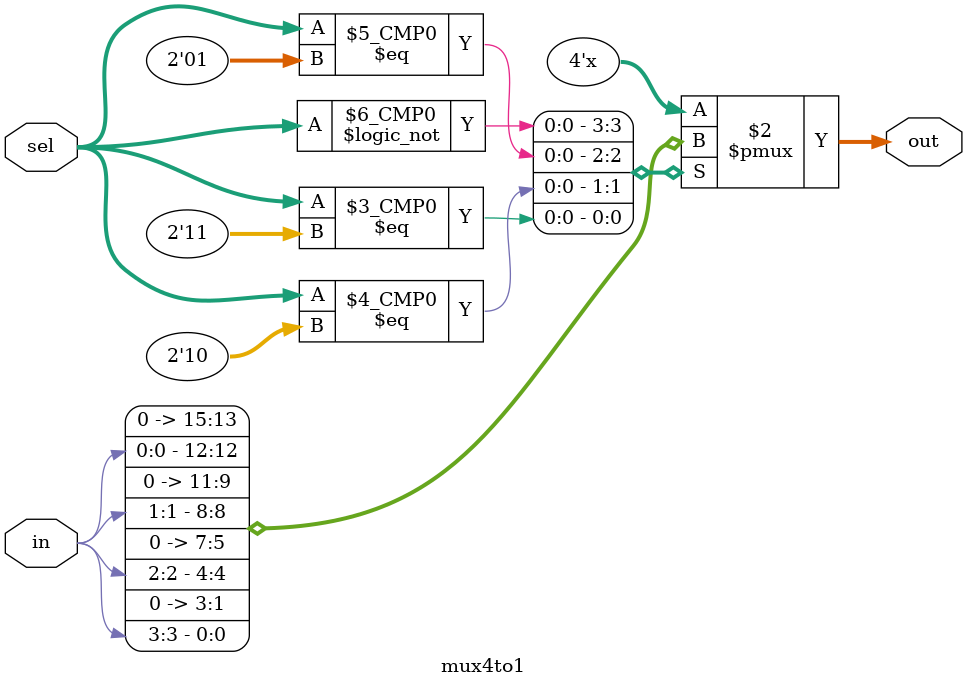
<source format=sv>
module top_module (
	input c,
	input d,
	output [3:0] mux_in
);

// Declare internal signals
wire [1:0] ab;
wire w0, w1, w2, w3;

// Multiplexer MUX0 with ab = 00
mux2to1 mux0 (
	.sel(0),
	.a({c, d}),
	.b(1'b0),
	.out(w0)
);

// Multiplexer MUX1 with ab = 01
mux2to1 mux1 (
	.sel(1),
	.a({c, d}),
	.b(1'b0),
	.out(w1)
);

// Multiplexer MUX2 with ab = 11
mux2to1 mux2 (
	.sel(3),
	.a({c, d}),
	.b(1'b1),
	.out(w2)
);

// Multiplexer MUX3 with ab = 10
mux2to1 mux3 (
	.sel(2),
	.a({c, d}),
	.b(1'b0),
	.out(w3)
);

// 4-to-1 Multiplexer
mux4to1 mux4 (
	.sel(ab),
	.in({w0, w1, w2, w3}),
	.out(mux_in)
);

// Assign ab based on inputs c and d
assign ab = {c, d};

endmodule
module mux2to1 (
	input sel,
	input a,
	input b,
	output reg out
);
	always @ (*)
		begin
			if (sel == 1'b0)
				out = a;
			else
				out = b;
		end
endmodule
module mux4to1 (
	input [1:0] sel,
	input [3:0] in,
	output reg [3:0] out
);
	always @ (*)
		begin
			case (sel)
				2'b00: out = in[0];
				2'b01: out = in[1];
				2'b10: out = in[2];
				2'b11: out = in[3];
			endcase
		end
endmodule

</source>
